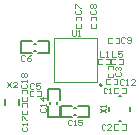
<source format=gto>
G04*
G04 #@! TF.GenerationSoftware,Altium Limited,Altium Designer,19.0.10 (269)*
G04*
G04 Layer_Color=65535*
%FSLAX24Y24*%
%MOIN*%
G70*
G01*
G75*
%ADD10C,0.0079*%
%ADD11C,0.0060*%
%ADD12C,0.0049*%
D10*
X875Y-860D02*
G03*
X875Y-860I-39J0D01*
G01*
X-2368Y-1505D02*
Y-1316D01*
X-1896Y-1505D02*
Y-1316D01*
X-49Y-1848D02*
X29D01*
X-49Y-1612D02*
X29D01*
X-845Y-1484D02*
Y-1405D01*
X-609Y-1484D02*
Y-1405D01*
X-1398Y531D02*
X-1319D01*
X-1398Y295D02*
X-1319D01*
D11*
X1454Y-1210D02*
X1502D01*
X1824Y-1698D02*
Y-1572D01*
X1454Y-2061D02*
X1502D01*
X1131Y-1698D02*
Y-1572D01*
X88Y-1927D02*
X453D01*
X-473D02*
X-108D01*
X88Y-1533D02*
X453D01*
X-473D02*
X-108D01*
X-473Y-1927D02*
Y-1533D01*
X453Y-1927D02*
Y-1533D01*
X-924Y-1907D02*
Y-1543D01*
Y-1346D02*
Y-982D01*
X-530Y-1907D02*
Y-1543D01*
Y-1346D02*
Y-982D01*
X-924D02*
X-530D01*
X-924Y-1907D02*
X-530D01*
X-1821Y610D02*
X-1457D01*
X-1260D02*
X-896D01*
X-1821Y217D02*
X-1457D01*
X-1260D02*
X-896D01*
Y610D01*
X-1821Y217D02*
Y610D01*
D12*
X1285Y-2333D02*
Y-2159D01*
X1671Y-2333D02*
Y-2159D01*
X1547Y-2333D02*
X1671D01*
X1285D02*
X1409D01*
X1547Y-2159D02*
X1671D01*
X1285D02*
X1409D01*
X1671Y-1111D02*
Y-938D01*
X1285Y-1111D02*
Y-938D01*
X1409D01*
X1547D02*
X1671D01*
X1285Y-1111D02*
X1409D01*
X1547D02*
X1671D01*
X1394Y-808D02*
Y-635D01*
X1008Y-808D02*
Y-635D01*
X1132D01*
X1270D02*
X1394D01*
X1008Y-808D02*
X1132D01*
X1270D02*
X1394D01*
X-722Y719D02*
X722D01*
X-722Y-750D02*
X722D01*
X-722D02*
Y719D01*
X722Y-750D02*
Y719D01*
X1581Y-155D02*
Y18D01*
X1195Y-155D02*
Y18D01*
X1319D01*
X1457D02*
X1581D01*
X1195Y-155D02*
X1319D01*
X1457D02*
X1581D01*
X1151Y-155D02*
Y18D01*
X765Y-155D02*
Y18D01*
X889D01*
X1027D02*
X1151D01*
X765Y-155D02*
X889D01*
X1027D02*
X1151D01*
X-1795Y-1387D02*
Y-1263D01*
Y-1125D02*
Y-1001D01*
X-1622Y-1387D02*
Y-1263D01*
Y-1125D02*
Y-1001D01*
X-1795D02*
X-1622D01*
X-1795Y-1387D02*
X-1622D01*
Y-1568D02*
Y-1444D01*
Y-1830D02*
Y-1706D01*
X-1795Y-1568D02*
Y-1444D01*
Y-1830D02*
Y-1706D01*
Y-1830D02*
X-1622D01*
X-1795Y-1444D02*
X-1622D01*
X1339Y552D02*
X1463D01*
X1077D02*
X1201D01*
X1339Y725D02*
X1463D01*
X1077D02*
X1201D01*
X1077Y552D02*
Y725D01*
X1463Y552D02*
Y725D01*
X687Y1309D02*
Y1433D01*
Y1047D02*
Y1171D01*
X514Y1309D02*
Y1433D01*
Y1047D02*
Y1171D01*
Y1047D02*
X687D01*
X514Y1433D02*
X687D01*
X176Y1309D02*
Y1433D01*
Y1047D02*
Y1171D01*
X3Y1309D02*
Y1433D01*
Y1047D02*
Y1171D01*
Y1047D02*
X176D01*
X3Y1433D02*
X176D01*
X-1533Y-1043D02*
X-1409D01*
X-1272D02*
X-1148D01*
X-1533Y-1217D02*
X-1409D01*
X-1272D02*
X-1148D01*
Y-1043D01*
X-1533Y-1217D02*
Y-1043D01*
X1259Y-330D02*
Y-206D01*
Y-592D02*
Y-468D01*
X1086Y-330D02*
Y-206D01*
Y-592D02*
Y-468D01*
Y-592D02*
X1259D01*
X1086Y-206D02*
X1259D01*
X817Y-1763D02*
X1014Y-1632D01*
X817D02*
X1014Y-1763D01*
Y-1567D02*
Y-1501D01*
Y-1534D01*
X817D01*
X850Y-1567D01*
X997Y-2184D02*
X965Y-2151D01*
X899D01*
X866Y-2184D01*
Y-2315D01*
X899Y-2348D01*
X965D01*
X997Y-2315D01*
X1194Y-2348D02*
X1063D01*
X1194Y-2217D01*
Y-2184D01*
X1161Y-2151D01*
X1096D01*
X1063Y-2184D01*
X1063Y-964D02*
X1030Y-931D01*
X965D01*
X932Y-964D01*
Y-1095D01*
X965Y-1128D01*
X1030D01*
X1063Y-1095D01*
X1129Y-1128D02*
X1194D01*
X1161D01*
Y-931D01*
X1129Y-964D01*
X1621Y-671D02*
X1588Y-639D01*
X1523D01*
X1490Y-671D01*
Y-803D01*
X1523Y-835D01*
X1588D01*
X1621Y-803D01*
X1687Y-835D02*
X1752D01*
X1720D01*
Y-639D01*
X1687Y-671D01*
X1982Y-835D02*
X1851D01*
X1982Y-704D01*
Y-671D01*
X1949Y-639D01*
X1884D01*
X1851Y-671D01*
X1657Y705D02*
X1624Y738D01*
X1558D01*
X1526Y705D01*
Y574D01*
X1558Y541D01*
X1624D01*
X1657Y574D01*
X1722D02*
X1755Y541D01*
X1821D01*
X1854Y574D01*
Y705D01*
X1821Y738D01*
X1755D01*
X1722Y705D01*
Y673D01*
X1755Y640D01*
X1854D01*
X-1690Y115D02*
X-1722Y148D01*
X-1788D01*
X-1821Y115D01*
Y-16D01*
X-1788Y-49D01*
X-1722D01*
X-1690Y-16D01*
X-1493Y148D02*
X-1558Y115D01*
X-1624Y49D01*
Y-16D01*
X-1591Y-49D01*
X-1526D01*
X-1493Y-16D01*
Y16D01*
X-1526Y49D01*
X-1624D01*
X-1158Y-1611D02*
X-1191Y-1644D01*
Y-1709D01*
X-1158Y-1742D01*
X-1027D01*
X-994Y-1709D01*
Y-1644D01*
X-1027Y-1611D01*
X-994Y-1545D02*
Y-1480D01*
Y-1513D01*
X-1191D01*
X-1158Y-1545D01*
X-994Y-1283D02*
X-1191D01*
X-1092Y-1381D01*
Y-1250D01*
X-131Y-2031D02*
X-164Y-1998D01*
X-230D01*
X-263Y-2031D01*
Y-2162D01*
X-230Y-2195D01*
X-164D01*
X-131Y-2162D01*
X-66Y-2195D02*
X-0D01*
X-33D01*
Y-1998D01*
X-66Y-2031D01*
X229Y-1998D02*
X98D01*
Y-2096D01*
X164Y-2064D01*
X197D01*
X229Y-2096D01*
Y-2162D01*
X197Y-2195D01*
X131D01*
X98Y-2162D01*
X1230Y277D02*
Y80D01*
X1361D01*
X1558Y277D02*
X1427D01*
Y178D01*
X1492Y211D01*
X1525D01*
X1558Y178D01*
Y113D01*
X1525Y80D01*
X1460D01*
X1427Y113D01*
X1356Y-429D02*
X1323Y-462D01*
Y-527D01*
X1356Y-560D01*
X1487D01*
X1520Y-527D01*
Y-462D01*
X1487Y-429D01*
X1356Y-363D02*
X1323Y-330D01*
Y-265D01*
X1356Y-232D01*
X1389D01*
X1422Y-265D01*
Y-298D01*
Y-265D01*
X1454Y-232D01*
X1487D01*
X1520Y-265D01*
Y-330D01*
X1487Y-363D01*
X830Y277D02*
Y80D01*
X961D01*
X1027D02*
X1092D01*
X1060D01*
Y277D01*
X1027Y244D01*
X-1774Y-809D02*
X-1807Y-842D01*
Y-907D01*
X-1774Y-940D01*
X-1643D01*
X-1610Y-907D01*
Y-842D01*
X-1643Y-809D01*
X-1610Y-743D02*
Y-678D01*
Y-710D01*
X-1807D01*
X-1774Y-743D01*
Y-579D02*
X-1807Y-546D01*
Y-481D01*
X-1774Y-448D01*
X-1741D01*
X-1708Y-481D01*
X-1676Y-448D01*
X-1643D01*
X-1610Y-481D01*
Y-546D01*
X-1643Y-579D01*
X-1676D01*
X-1708Y-546D01*
X-1741Y-579D01*
X-1774D01*
X-1708Y-546D02*
Y-481D01*
X-1768Y-2251D02*
X-1801Y-2283D01*
Y-2349D01*
X-1768Y-2382D01*
X-1637D01*
X-1604Y-2349D01*
Y-2283D01*
X-1637Y-2251D01*
X-1604Y-2185D02*
Y-2120D01*
Y-2152D01*
X-1801D01*
X-1768Y-2185D01*
X-1801Y-2021D02*
Y-1890D01*
X-1768D01*
X-1637Y-2021D01*
X-1604D01*
X-1389Y-818D02*
X-1422Y-785D01*
X-1487D01*
X-1520Y-818D01*
Y-949D01*
X-1487Y-982D01*
X-1422D01*
X-1389Y-949D01*
X-1192Y-785D02*
X-1323D01*
Y-884D01*
X-1258Y-851D01*
X-1225D01*
X-1192Y-884D01*
Y-949D01*
X-1225Y-982D01*
X-1290D01*
X-1323Y-949D01*
X525Y1647D02*
X492Y1614D01*
Y1548D01*
X525Y1516D01*
X656D01*
X689Y1548D01*
Y1614D01*
X656Y1647D01*
X525Y1712D02*
X492Y1745D01*
Y1811D01*
X525Y1844D01*
X558D01*
X591Y1811D01*
X623Y1844D01*
X656D01*
X689Y1811D01*
Y1745D01*
X656Y1712D01*
X623D01*
X591Y1745D01*
X558Y1712D01*
X525D01*
X591Y1745D02*
Y1811D01*
X16Y1651D02*
X-17Y1618D01*
Y1553D01*
X16Y1520D01*
X147D01*
X180Y1553D01*
Y1618D01*
X147Y1651D01*
X-17Y1717D02*
Y1848D01*
X16D01*
X147Y1717D01*
X180D01*
X-128Y984D02*
Y820D01*
X-95Y787D01*
X-30D01*
X3Y820D01*
Y984D01*
X69Y787D02*
X134D01*
X102D01*
Y984D01*
X69Y951D01*
X-2280Y-733D02*
X-2149Y-930D01*
Y-733D02*
X-2280Y-930D01*
X-1952D02*
X-2083D01*
X-1952Y-799D01*
Y-766D01*
X-1985Y-733D01*
X-2050D01*
X-2083Y-766D01*
M02*

</source>
